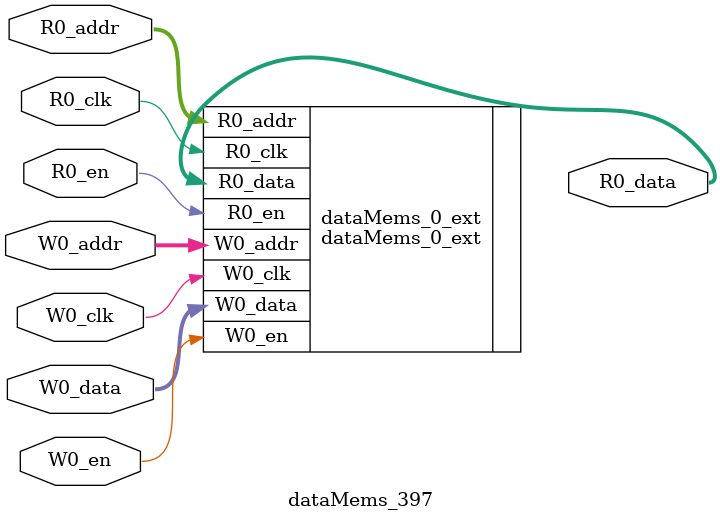
<source format=sv>
`ifndef RANDOMIZE
  `ifdef RANDOMIZE_REG_INIT
    `define RANDOMIZE
  `endif // RANDOMIZE_REG_INIT
`endif // not def RANDOMIZE
`ifndef RANDOMIZE
  `ifdef RANDOMIZE_MEM_INIT
    `define RANDOMIZE
  `endif // RANDOMIZE_MEM_INIT
`endif // not def RANDOMIZE

`ifndef RANDOM
  `define RANDOM $random
`endif // not def RANDOM

// Users can define 'PRINTF_COND' to add an extra gate to prints.
`ifndef PRINTF_COND_
  `ifdef PRINTF_COND
    `define PRINTF_COND_ (`PRINTF_COND)
  `else  // PRINTF_COND
    `define PRINTF_COND_ 1
  `endif // PRINTF_COND
`endif // not def PRINTF_COND_

// Users can define 'ASSERT_VERBOSE_COND' to add an extra gate to assert error printing.
`ifndef ASSERT_VERBOSE_COND_
  `ifdef ASSERT_VERBOSE_COND
    `define ASSERT_VERBOSE_COND_ (`ASSERT_VERBOSE_COND)
  `else  // ASSERT_VERBOSE_COND
    `define ASSERT_VERBOSE_COND_ 1
  `endif // ASSERT_VERBOSE_COND
`endif // not def ASSERT_VERBOSE_COND_

// Users can define 'STOP_COND' to add an extra gate to stop conditions.
`ifndef STOP_COND_
  `ifdef STOP_COND
    `define STOP_COND_ (`STOP_COND)
  `else  // STOP_COND
    `define STOP_COND_ 1
  `endif // STOP_COND
`endif // not def STOP_COND_

// Users can define INIT_RANDOM as general code that gets injected into the
// initializer block for modules with registers.
`ifndef INIT_RANDOM
  `define INIT_RANDOM
`endif // not def INIT_RANDOM

// If using random initialization, you can also define RANDOMIZE_DELAY to
// customize the delay used, otherwise 0.002 is used.
`ifndef RANDOMIZE_DELAY
  `define RANDOMIZE_DELAY 0.002
`endif // not def RANDOMIZE_DELAY

// Define INIT_RANDOM_PROLOG_ for use in our modules below.
`ifndef INIT_RANDOM_PROLOG_
  `ifdef RANDOMIZE
    `ifdef VERILATOR
      `define INIT_RANDOM_PROLOG_ `INIT_RANDOM
    `else  // VERILATOR
      `define INIT_RANDOM_PROLOG_ `INIT_RANDOM #`RANDOMIZE_DELAY begin end
    `endif // VERILATOR
  `else  // RANDOMIZE
    `define INIT_RANDOM_PROLOG_
  `endif // RANDOMIZE
`endif // not def INIT_RANDOM_PROLOG_

// Include register initializers in init blocks unless synthesis is set
`ifndef SYNTHESIS
  `ifndef ENABLE_INITIAL_REG_
    `define ENABLE_INITIAL_REG_
  `endif // not def ENABLE_INITIAL_REG_
`endif // not def SYNTHESIS

// Include rmemory initializers in init blocks unless synthesis is set
`ifndef SYNTHESIS
  `ifndef ENABLE_INITIAL_MEM_
    `define ENABLE_INITIAL_MEM_
  `endif // not def ENABLE_INITIAL_MEM_
`endif // not def SYNTHESIS

module dataMems_397(	// @[generators/ara/src/main/scala/UnsafeAXI4ToTL.scala:365:62]
  input  [4:0]  R0_addr,
  input         R0_en,
  input         R0_clk,
  output [66:0] R0_data,
  input  [4:0]  W0_addr,
  input         W0_en,
  input         W0_clk,
  input  [66:0] W0_data
);

  dataMems_0_ext dataMems_0_ext (	// @[generators/ara/src/main/scala/UnsafeAXI4ToTL.scala:365:62]
    .R0_addr (R0_addr),
    .R0_en   (R0_en),
    .R0_clk  (R0_clk),
    .R0_data (R0_data),
    .W0_addr (W0_addr),
    .W0_en   (W0_en),
    .W0_clk  (W0_clk),
    .W0_data (W0_data)
  );
endmodule


</source>
